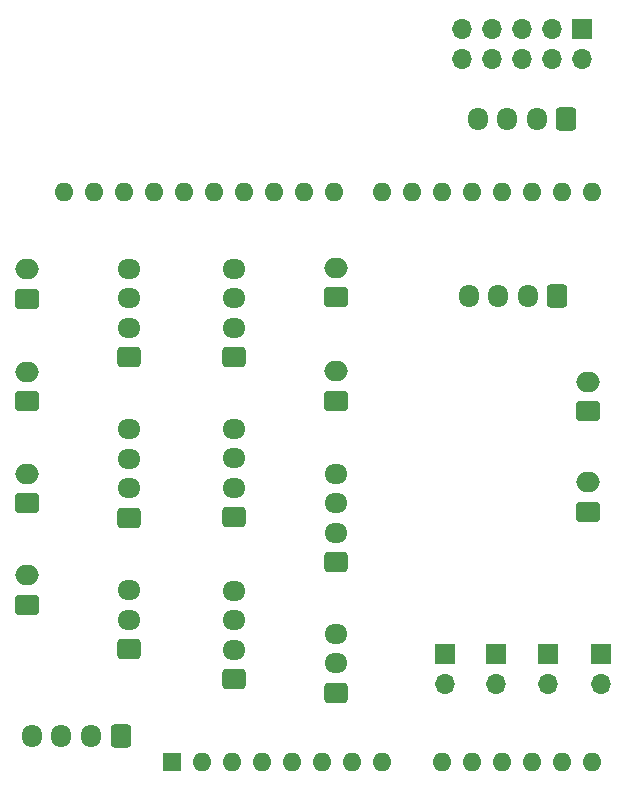
<source format=gts>
G04 #@! TF.GenerationSoftware,KiCad,Pcbnew,7.0.7*
G04 #@! TF.CreationDate,2024-04-25T01:55:24+02:00*
G04 #@! TF.ProjectId,autopcb,6175746f-7063-4622-9e6b-696361645f70,rev?*
G04 #@! TF.SameCoordinates,Original*
G04 #@! TF.FileFunction,Soldermask,Top*
G04 #@! TF.FilePolarity,Negative*
%FSLAX46Y46*%
G04 Gerber Fmt 4.6, Leading zero omitted, Abs format (unit mm)*
G04 Created by KiCad (PCBNEW 7.0.7) date 2024-04-25 01:55:24*
%MOMM*%
%LPD*%
G01*
G04 APERTURE LIST*
G04 Aperture macros list*
%AMRoundRect*
0 Rectangle with rounded corners*
0 $1 Rounding radius*
0 $2 $3 $4 $5 $6 $7 $8 $9 X,Y pos of 4 corners*
0 Add a 4 corners polygon primitive as box body*
4,1,4,$2,$3,$4,$5,$6,$7,$8,$9,$2,$3,0*
0 Add four circle primitives for the rounded corners*
1,1,$1+$1,$2,$3*
1,1,$1+$1,$4,$5*
1,1,$1+$1,$6,$7*
1,1,$1+$1,$8,$9*
0 Add four rect primitives between the rounded corners*
20,1,$1+$1,$2,$3,$4,$5,0*
20,1,$1+$1,$4,$5,$6,$7,0*
20,1,$1+$1,$6,$7,$8,$9,0*
20,1,$1+$1,$8,$9,$2,$3,0*%
G04 Aperture macros list end*
%ADD10RoundRect,0.250000X0.750000X-0.600000X0.750000X0.600000X-0.750000X0.600000X-0.750000X-0.600000X0*%
%ADD11O,2.000000X1.700000*%
%ADD12RoundRect,0.250000X0.725000X-0.600000X0.725000X0.600000X-0.725000X0.600000X-0.725000X-0.600000X0*%
%ADD13O,1.950000X1.700000*%
%ADD14R,1.700000X1.700000*%
%ADD15O,1.700000X1.700000*%
%ADD16RoundRect,0.250000X0.600000X0.725000X-0.600000X0.725000X-0.600000X-0.725000X0.600000X-0.725000X0*%
%ADD17O,1.700000X1.950000*%
%ADD18R,1.600000X1.600000*%
%ADD19O,1.600000X1.600000*%
G04 APERTURE END LIST*
D10*
X170842500Y-112494500D03*
D11*
X170842500Y-109994500D03*
D10*
X149489500Y-94353500D03*
D11*
X149489500Y-91853500D03*
D12*
X140870500Y-126678500D03*
D13*
X140870500Y-124178500D03*
X140870500Y-121678500D03*
X140870500Y-119178500D03*
D12*
X131980500Y-113002500D03*
D13*
X131980500Y-110502500D03*
X131980500Y-108002500D03*
X131980500Y-105502500D03*
D14*
X158777500Y-124544500D03*
D15*
X158777500Y-127084500D03*
D12*
X131980500Y-124138500D03*
D13*
X131980500Y-121638500D03*
X131980500Y-119138500D03*
D10*
X170842500Y-104005500D03*
D11*
X170842500Y-101505500D03*
D12*
X140870500Y-99413500D03*
D13*
X140870500Y-96913500D03*
X140870500Y-94413500D03*
X140870500Y-91913500D03*
D10*
X123344500Y-94460500D03*
D11*
X123344500Y-91960500D03*
D14*
X167462500Y-124544500D03*
D15*
X167462500Y-127084500D03*
D12*
X149538500Y-116776500D03*
D13*
X149538500Y-114276500D03*
X149538500Y-111776500D03*
X149538500Y-109276500D03*
D10*
X123344500Y-103136500D03*
D11*
X123344500Y-100636500D03*
D16*
X168997000Y-79248000D03*
D17*
X166497000Y-79248000D03*
X163997000Y-79248000D03*
X161497000Y-79248000D03*
D14*
X171985500Y-124539500D03*
D15*
X171985500Y-127079500D03*
D16*
X168262500Y-94246500D03*
D17*
X165762500Y-94246500D03*
X163262500Y-94246500D03*
X160762500Y-94246500D03*
D14*
X163095500Y-124544500D03*
D15*
X163095500Y-127084500D03*
D10*
X123344500Y-111772500D03*
D11*
X123344500Y-109272500D03*
D16*
X131269500Y-131457500D03*
D17*
X128769500Y-131457500D03*
X126269500Y-131457500D03*
X123769500Y-131457500D03*
D12*
X131980500Y-99413500D03*
D13*
X131980500Y-96913500D03*
X131980500Y-94413500D03*
X131980500Y-91913500D03*
D12*
X140853500Y-112982500D03*
D13*
X140853500Y-110482500D03*
X140853500Y-107982500D03*
X140853500Y-105482500D03*
D12*
X149506500Y-127821500D03*
D13*
X149506500Y-125321500D03*
X149506500Y-122821500D03*
D10*
X149506500Y-103096500D03*
D11*
X149506500Y-100596500D03*
D10*
X123327500Y-120388500D03*
D11*
X123327500Y-117888500D03*
D18*
X135638100Y-133667300D03*
D19*
X138178100Y-133667300D03*
X140718100Y-133667300D03*
X143258100Y-133667300D03*
X145798100Y-133667300D03*
X148338100Y-133667300D03*
X150878100Y-133667300D03*
X153418100Y-133667300D03*
X158498100Y-133667300D03*
X161038100Y-133667300D03*
X163578100Y-133667300D03*
X166118100Y-133667300D03*
X168658100Y-133667300D03*
X171198100Y-133667300D03*
X171198100Y-85407300D03*
X168658100Y-85407300D03*
X166118100Y-85407300D03*
X163578100Y-85407300D03*
X161038100Y-85407300D03*
X158498100Y-85407300D03*
X155958100Y-85407300D03*
X153418100Y-85407300D03*
X149358100Y-85407300D03*
X146818100Y-85407300D03*
X144278100Y-85407300D03*
X141738100Y-85407300D03*
X139198100Y-85407300D03*
X136658100Y-85407300D03*
X134118100Y-85407300D03*
X131578100Y-85407300D03*
X129038100Y-85407300D03*
X126498100Y-85407300D03*
D14*
X170307000Y-71628000D03*
D15*
X170307000Y-74168000D03*
X167767000Y-71628000D03*
X167767000Y-74168000D03*
X165227000Y-71628000D03*
X165227000Y-74168000D03*
X162687000Y-71628000D03*
X162687000Y-74168000D03*
X160147000Y-71628000D03*
X160147000Y-74168000D03*
M02*

</source>
